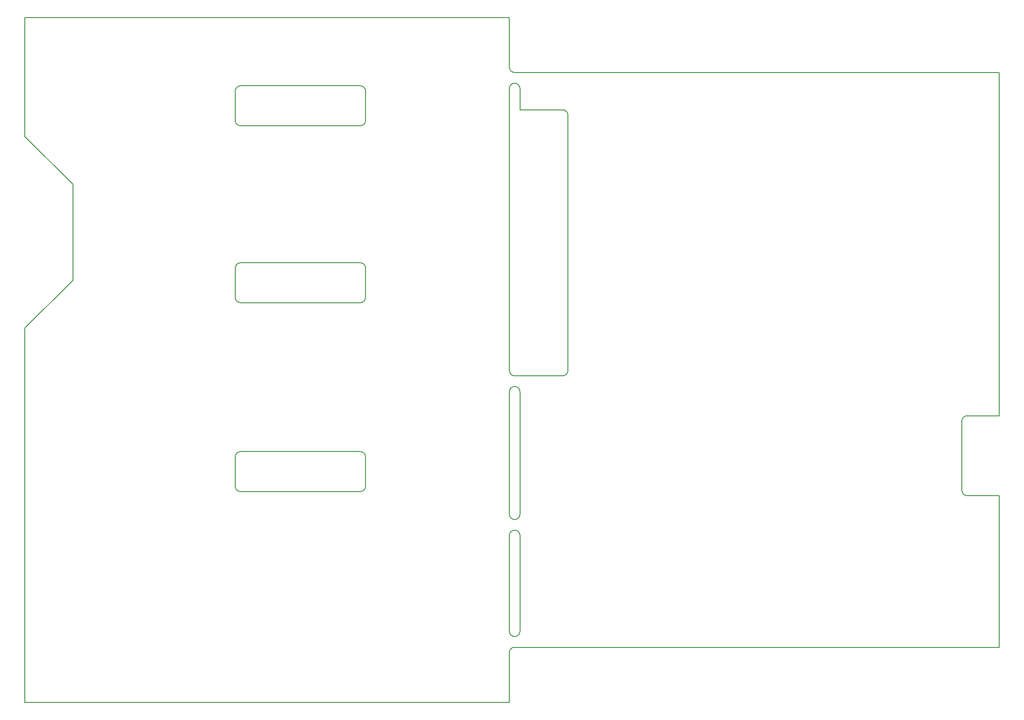
<source format=gbr>
G04 #@! TF.FileFunction,Profile,NP*
%FSLAX46Y46*%
G04 Gerber Fmt 4.6, Leading zero omitted, Abs format (unit mm)*
G04 Created by KiCad (PCBNEW 4.0.6) date 2018 May 30, Wednesday 17:12:06*
%MOMM*%
%LPD*%
G01*
G04 APERTURE LIST*
%ADD10C,0.100000*%
%ADD11C,0.200000*%
G04 APERTURE END LIST*
D10*
D11*
X84000000Y-64500000D02*
G75*
G03X83000000Y-65500000I0J-1000000D01*
G01*
X83000000Y-78500000D02*
G75*
G03X84000000Y-79500000I1000000J0D01*
G01*
X-52500000Y-71250000D02*
G75*
G03X-53500000Y-72250000I0J-1000000D01*
G01*
X-53500000Y-77750000D02*
G75*
G03X-52500000Y-78750000I1000000J0D01*
G01*
X-30000000Y-78750000D02*
G75*
G03X-29000000Y-77750000I0J1000000D01*
G01*
X-29000000Y-72250000D02*
G75*
G03X-30000000Y-71250000I-1000000J0D01*
G01*
X-52500000Y-35750000D02*
G75*
G03X-53500000Y-36750000I0J-1000000D01*
G01*
X-53500000Y-42250000D02*
G75*
G03X-52500000Y-43250000I1000000J0D01*
G01*
X-30000000Y-43250000D02*
G75*
G03X-29000000Y-42250000I0J1000000D01*
G01*
X-29000000Y-36750000D02*
G75*
G03X-30000000Y-35750000I-1000000J0D01*
G01*
X-29000000Y-3500000D02*
G75*
G03X-30000000Y-2500000I-1000000J0D01*
G01*
X-30000000Y-10000000D02*
G75*
G03X-29000000Y-9000000I0J1000000D01*
G01*
X-53500000Y-9000000D02*
G75*
G03X-52500000Y-10000000I1000000J0D01*
G01*
X-52500000Y-2500000D02*
G75*
G03X-53500000Y-3500000I0J-1000000D01*
G01*
X-30000000Y-2500000D02*
X-52500000Y-2500000D01*
X-29000000Y-9000000D02*
X-29000000Y-3500000D01*
X-52500000Y-10000000D02*
X-30000000Y-10000000D01*
X-53500000Y-3500000D02*
X-53500000Y-9000000D01*
X-30000000Y-35750000D02*
X-52500000Y-35750000D01*
X-29000000Y-42250000D02*
X-29000000Y-36750000D01*
X-52500000Y-43250000D02*
X-30000000Y-43250000D01*
X-53500000Y-36750000D02*
X-53500000Y-42250000D01*
X-30000000Y-71250000D02*
X-52500000Y-71250000D01*
X-29000000Y-77750000D02*
X-29000000Y-72250000D01*
X-52500000Y-78750000D02*
X-30000000Y-78750000D01*
X-53500000Y-72250000D02*
X-53500000Y-77750000D01*
X-2000000Y-109000000D02*
X-2000000Y-118350000D01*
X-1000000Y-108000000D02*
G75*
G03X-2000000Y-109000000I0J-1000000D01*
G01*
X-2000000Y10350000D02*
X-2000000Y1000000D01*
X-2000000Y1000000D02*
G75*
G03X-1000000Y0I1000000J0D01*
G01*
X-2000000Y-56000000D02*
G75*
G03X-1000000Y-57000000I1000000J0D01*
G01*
X-2000000Y-3000000D02*
X-2000000Y-56000000D01*
X-1000000Y-2000000D02*
G75*
G03X-2000000Y-3000000I0J-1000000D01*
G01*
X0Y-3000000D02*
G75*
G03X-1000000Y-2000000I-1000000J0D01*
G01*
X0Y-3000000D02*
X0Y-7000000D01*
X8000000Y-7000000D02*
X0Y-7000000D01*
X9000000Y-8000000D02*
G75*
G03X8000000Y-7000000I-1000000J0D01*
G01*
X9000000Y-8000000D02*
X9000000Y-56000000D01*
X8000000Y-57000000D02*
G75*
G03X9000000Y-56000000I0J1000000D01*
G01*
X-1000000Y-57000000D02*
X8000000Y-57000000D01*
X-1000000Y-59000000D02*
G75*
G03X-2000000Y-60000000I0J-1000000D01*
G01*
X0Y-60000000D02*
G75*
G03X-1000000Y-59000000I-1000000J0D01*
G01*
X-2000000Y-60000000D02*
X-2000000Y-83000000D01*
X0Y-60000000D02*
X0Y-83000000D01*
X-1000000Y-84000000D02*
G75*
G03X0Y-83000000I0J1000000D01*
G01*
X-2000000Y-83000000D02*
G75*
G03X-1000000Y-84000000I1000000J0D01*
G01*
X-1000000Y-86000000D02*
G75*
G03X-2000000Y-87000000I0J-1000000D01*
G01*
X0Y-87000000D02*
G75*
G03X-1000000Y-86000000I-1000000J0D01*
G01*
X-2000000Y-105000000D02*
X-2000000Y-87000000D01*
X0Y-105000000D02*
X0Y-87000000D01*
X-1000000Y-106000000D02*
G75*
G03X0Y-105000000I0J1000000D01*
G01*
X-2000000Y-105000000D02*
G75*
G03X-1000000Y-106000000I1000000J0D01*
G01*
X-84000000Y-39000000D02*
X-93000000Y-48000000D01*
X-84000000Y-39000000D02*
X-84000000Y-21000000D01*
X-84000000Y-21000000D02*
X-93000000Y-12000000D01*
X-2000000Y-118350000D02*
X-93000000Y-118350000D01*
X-93000000Y10350000D02*
X-2000000Y10350000D01*
X-93000000Y-118350000D02*
X-93000000Y-48000000D01*
X-93000000Y10350000D02*
X-93000000Y-12000000D01*
X90000000Y-108000000D02*
X90000000Y-79500000D01*
X90000000Y-64500000D02*
X90000000Y0D01*
X84000000Y-64500000D02*
X90000000Y-64500000D01*
X83000000Y-78500000D02*
X83000000Y-65500000D01*
X90000000Y-79500000D02*
X84000000Y-79500000D01*
X-1000000Y-108000000D02*
X90000000Y-108000000D01*
X-1000000Y0D02*
X90000000Y0D01*
M02*

</source>
